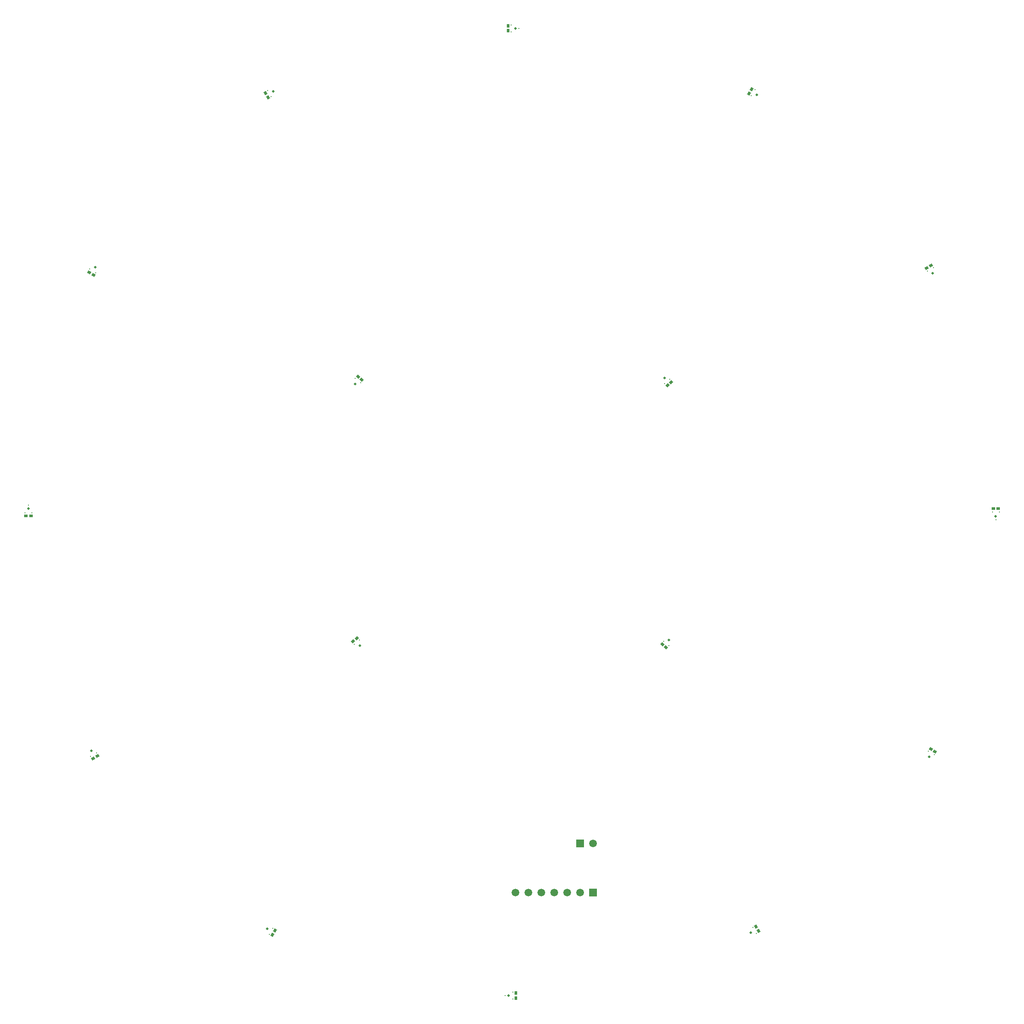
<source format=gbr>
%TF.GenerationSoftware,Altium Limited,Altium Designer,20.2.3 (150)*%
G04 Layer_Color=255*
%FSLAX45Y45*%
%MOMM*%
%TF.SameCoordinates,D065702F-5D7C-4ECE-B493-19553C93D9E3*%
%TF.FilePolarity,Positive*%
%TF.FileFunction,Pads,Bot*%
%TF.Part,Single*%
G01*
G75*
%TA.AperFunction,ComponentPad*%
%ADD33R,1.50000X1.50000*%
%ADD34C,1.50000*%
%ADD35C,0.50000*%
%TA.AperFunction,SMDPad,CuDef*%
G04:AMPARAMS|DCode=37|XSize=0.65mm|YSize=0.55mm|CornerRadius=0mm|HoleSize=0mm|Usage=FLASHONLY|Rotation=0.015|XOffset=0mm|YOffset=0mm|HoleType=Round|Shape=Rectangle|*
%AMROTATEDRECTD37*
4,1,4,-0.32493,-0.27508,-0.32507,0.27492,0.32493,0.27508,0.32507,-0.27492,-0.32493,-0.27508,0.0*
%
%ADD37ROTATEDRECTD37*%

%ADD38C,0.20000*%
%ADD39P,0.14142X4X45.0*%
G04:AMPARAMS|DCode=40|XSize=0.65mm|YSize=0.55mm|CornerRadius=0mm|HoleSize=0mm|Usage=FLASHONLY|Rotation=320.000|XOffset=0mm|YOffset=0mm|HoleType=Round|Shape=Rectangle|*
%AMROTATEDRECTD40*
4,1,4,-0.42573,-0.00176,-0.07220,0.41957,0.42573,0.00176,0.07220,-0.41957,-0.42573,-0.00176,0.0*
%
%ADD40ROTATEDRECTD40*%

%ADD41P,0.14142X4X365.0*%
G04:AMPARAMS|DCode=42|XSize=0.65mm|YSize=0.55mm|CornerRadius=0mm|HoleSize=0mm|Usage=FLASHONLY|Rotation=40.083|XOffset=0mm|YOffset=0mm|HoleType=Round|Shape=Rectangle|*
%AMROTATEDRECTD42*
4,1,4,-0.07159,-0.41967,-0.42573,0.00114,0.07159,0.41967,0.42573,-0.00114,-0.07159,-0.41967,0.0*
%
%ADD42ROTATEDRECTD42*%

%ADD43P,0.14142X4X85.1*%
G04:AMPARAMS|DCode=44|XSize=0.65mm|YSize=0.55mm|CornerRadius=0mm|HoleSize=0mm|Usage=FLASHONLY|Rotation=329.912|XOffset=0mm|YOffset=0mm|HoleType=Round|Shape=Rectangle|*
%AMROTATEDRECTD44*
4,1,4,-0.41907,-0.07501,-0.14334,0.40088,0.41907,0.07501,0.14334,-0.40088,-0.41907,-0.07501,0.0*
%
%ADD44ROTATEDRECTD44*%

%ADD45P,0.14142X4X374.9*%
G04:AMPARAMS|DCode=46|XSize=0.65mm|YSize=0.55mm|CornerRadius=0mm|HoleSize=0mm|Usage=FLASHONLY|Rotation=30.087|XOffset=0mm|YOffset=0mm|HoleType=Round|Shape=Rectangle|*
%AMROTATEDRECTD46*
4,1,4,-0.14335,-0.40088,-0.41907,0.07502,0.14335,0.40088,0.41907,-0.07502,-0.14335,-0.40088,0.0*
%
%ADD46ROTATEDRECTD46*%

%ADD47P,0.14142X4X75.1*%
G04:AMPARAMS|DCode=48|XSize=0.65mm|YSize=0.55mm|CornerRadius=0mm|HoleSize=0mm|Usage=FLASHONLY|Rotation=60.087|XOffset=0mm|YOffset=0mm|HoleType=Round|Shape=Rectangle|*
%AMROTATEDRECTD48*
4,1,4,0.07629,-0.41884,-0.40044,-0.14456,-0.07629,0.41884,0.40044,0.14456,0.07629,-0.41884,0.0*
%
%ADD48ROTATEDRECTD48*%

%ADD49P,0.14142X4X105.1*%
G04:AMPARAMS|DCode=50|XSize=0.65mm|YSize=0.55mm|CornerRadius=0mm|HoleSize=0mm|Usage=FLASHONLY|Rotation=89.998|XOffset=0mm|YOffset=0mm|HoleType=Round|Shape=Rectangle|*
%AMROTATEDRECTD50*
4,1,4,0.27499,-0.32501,-0.27501,-0.32499,-0.27499,0.32501,0.27501,0.32499,0.27499,-0.32501,0.0*
%
%ADD50ROTATEDRECTD50*%

%ADD51P,0.14142X4X135.0*%
G04:AMPARAMS|DCode=52|XSize=0.65mm|YSize=0.55mm|CornerRadius=0mm|HoleSize=0mm|Usage=FLASHONLY|Rotation=119.911|XOffset=0mm|YOffset=0mm|HoleType=Round|Shape=Rectangle|*
%AMROTATEDRECTD52*
4,1,4,0.40043,-0.14458,-0.07631,-0.41884,-0.40043,0.14458,0.07631,0.41884,0.40043,-0.14458,0.0*
%
%ADD52ROTATEDRECTD52*%

%ADD53P,0.14142X4X164.9*%
D33*
X12339569Y4490679D02*
D03*
X12593569Y3521893D02*
D03*
D34*
Y4490679D02*
D03*
X11069569Y3521893D02*
D03*
X11323569D02*
D03*
X11577569D02*
D03*
X11831569D02*
D03*
X12339569D02*
D03*
X12085569D02*
D03*
D35*
X1499977Y11070900D02*
D03*
X14083707Y8483158D02*
D03*
X13992824Y13632916D02*
D03*
X7916296Y13516840D02*
D03*
X8007055Y8374537D02*
D03*
X20502951Y10915330D02*
D03*
X2808300Y15811348D02*
D03*
X2737211Y6311346D02*
D03*
X6188542Y2808112D02*
D03*
X10929102Y1499997D02*
D03*
X15688544Y2737399D02*
D03*
X19191702Y6188649D02*
D03*
X19262785Y15688655D02*
D03*
X15811459Y19191888D02*
D03*
X11070900Y20500005D02*
D03*
X6311453Y19262598D02*
D03*
D37*
X1452514Y10922889D02*
D03*
X1547515Y10922914D02*
D03*
X20550668Y11063265D02*
D03*
X20455666Y11063402D02*
D03*
D38*
X1567602Y10983504D02*
D03*
X1431585Y10984382D02*
D03*
X14079301Y8372744D02*
D03*
X13975700Y8460877D02*
D03*
X14100835Y13609564D02*
D03*
X13996178Y13522685D02*
D03*
X7920700Y13627257D02*
D03*
X8024302Y13539125D02*
D03*
X7899080Y8398048D02*
D03*
X8003860Y8484773D02*
D03*
X20435480Y11002848D02*
D03*
X20571490Y11001731D02*
D03*
X2822961Y15701823D02*
D03*
X2705740Y15770804D02*
D03*
X2839527Y6269594D02*
D03*
X2721376Y6202202D02*
D03*
X6298027Y2823113D02*
D03*
X6229401Y2705679D02*
D03*
X11016518Y1567597D02*
D03*
X11015594Y1431580D02*
D03*
X15730611Y2839588D02*
D03*
X15797636Y2721229D02*
D03*
X19177036Y6298179D02*
D03*
X19294263Y6229198D02*
D03*
X19160475Y15730403D02*
D03*
X19278619Y15797794D02*
D03*
X15701974Y19176888D02*
D03*
X15770601Y19294324D02*
D03*
X10983483Y20432405D02*
D03*
X10984403Y20568417D02*
D03*
X6269391Y19160414D02*
D03*
X6202365Y19278767D02*
D03*
D39*
X1498407Y11138301D02*
D03*
X20504404Y10847929D02*
D03*
D40*
X13952190Y8400318D02*
D03*
X14024966Y8339252D02*
D03*
X8047812Y13599678D02*
D03*
X7975041Y13660745D02*
D03*
D41*
X14125844Y8535792D02*
D03*
X7874157Y13464211D02*
D03*
D42*
X14051778Y13489091D02*
D03*
X14124467Y13550266D02*
D03*
X7948310Y8518444D02*
D03*
X7875534Y8457377D02*
D03*
D43*
X13948242Y13683488D02*
D03*
X8051566Y8323900D02*
D03*
D44*
X2692999Y15707106D02*
D03*
X2775199Y15659476D02*
D03*
X19306998Y6292896D02*
D03*
X19224799Y6340521D02*
D03*
D45*
X2840746Y15870444D02*
D03*
X19159250Y6129558D02*
D03*
D46*
X2770307Y6159475D02*
D03*
X2852506Y6207100D02*
D03*
X19229695Y15840527D02*
D03*
X19147495Y15792902D02*
D03*
D47*
X2702082Y6368887D02*
D03*
X19297923Y15631114D02*
D03*
D48*
X6293140Y2693132D02*
D03*
X6340516Y2775478D02*
D03*
X15706862Y19306865D02*
D03*
X15659486Y19224522D02*
D03*
D49*
X6129350Y2840380D02*
D03*
X15870651Y19159621D02*
D03*
D50*
X11077097Y1452494D02*
D03*
X11077103Y1547490D02*
D03*
X10922904Y20547508D02*
D03*
X10922899Y20452507D02*
D03*
D51*
X10861700Y1498448D02*
D03*
X11138301Y20501549D02*
D03*
D52*
X15840517Y2770027D02*
D03*
X15793146Y2852375D02*
D03*
X6159480Y19229974D02*
D03*
X6206851Y19147627D02*
D03*
D53*
X15630896Y2702448D02*
D03*
X6369106Y19297552D02*
D03*
%TF.MD5,96edc2a3992d0b85d47856db00f5403c*%
M02*

</source>
